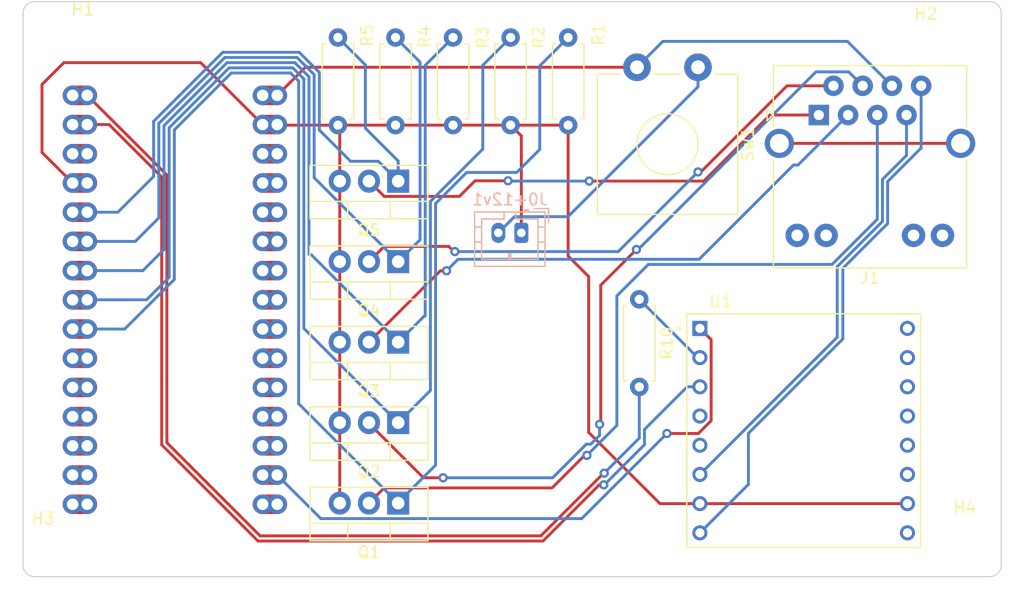
<source format=kicad_pcb>
(kicad_pcb (version 20211014) (generator pcbnew)
  (layers (0 "F.Cu" signal) (31 "B.Cu" signal) (34 "B.Paste" user) (35 "F.Paste" user) (36 "B.SilkS" user "B.Silkscreen") (37 "F.SilkS" user "F.Silkscreen") (38 "B.Mask" user) (39 "F.Mask" user) (44 "Edge.Cuts" user))
  (net 0 "")
  (net 22 "Net-(A1-Pad2)")
  (net 26 "Net-(A1-Pad16)")
  (net 27 "Net-(A1-Pad15)")
  (net 32 "unconnected-(J1-PadSH)")
  (net 33 "GND")
  (net 34 "+12V")
  (net 39 "Net-(A1-Pad23)")
  (net 40 "Net-(J1-Pad1)")
  (net 41 "Net-(J1-Pad2)")
  (net 42 "Net-(J1-Pad4)")
  (net 43 "Net-(A1-Pad22)")
  (net 44 "Net-(A1-Pad21)")
  (net 45 "Net-(A1-Pad20)")
  (net 46 "Net-(A1-Pad24)")
  (net 47 "Net-(A1-Pad17)")
  (net 48 "Net-(J1-Pad3)")
  (net 49 "Net-(J1-Pad5)")
  (net 50 "Net-(J1-Pad7)")
  (net 51 "Net-(J1-Pad8)")
  (net 52 "Net-(R10-Pad1)")
  (footprint "Resistor_THT:R_Axial_DIN0207_L6.3mm_D2.5mm_P7.62mm_Horizontal" (layer "F.Cu") (at 107.75 59.38 -90)
    (fp_text reference "R10" (at 3.81 -2.37 90) (layer "F.SilkS"))
    (fp_text value "R1kΩ")
    (fp_line (start 7.08 -1.37) (end 7.08 -1.04) (layer "F.SilkS") (width 0.12))
    (fp_line (start 0.54 -1.37) (end 7.08 -1.37) (layer "F.SilkS") (width 0.12))
    (fp_line (start 0.54 1.37) (end 7.08 1.37) (layer "F.SilkS") (width 0.12))
    (fp_line (start 7.08 1.37) (end 7.08 1.04) (layer "F.SilkS") (width 0.12))
    (fp_line (start 0.54 1.04) (end 0.54 1.37) (layer "F.SilkS") (width 0.12))
    (fp_line (start 0.54 -1.04) (end 0.54 -1.37) (layer "F.SilkS") (width 0.12))
    (pad "1" thru_hole circle (at 0 0 270) (size 1.6 1.6) (drill 0.8) (layers *.Cu *.Mask) (net 52 "Net-(R10-Pad1)"))
    (pad "2" thru_hole oval (at 7.62 0 270) (size 1.6 1.6) (drill 0.8) (layers *.Cu *.Mask) (net 26 "Net-(A1-Pad16)"))
  )
  (footprint "Resistor_THT:R_Axial_DIN0207_L6.3mm_D2.5mm_P7.62mm_Horizontal" (layer "F.Cu") (at 96.5675 36.615 -90)
    (fp_text reference "R2" (at -0.015 -2.4325 90) (layer "F.SilkS"))
    (fp_text value "R10kΩ")
    (fp_line (start 0.54 1.04) (end 0.54 1.37) (layer "F.SilkS") (width 0.12))
    (fp_line (start 0.54 -1.37) (end 7.08 -1.37) (layer "F.SilkS") (width 0.12))
    (fp_line (start 7.08 -1.37) (end 7.08 -1.04) (layer "F.SilkS") (width 0.12))
    (fp_line (start 7.08 1.37) (end 7.08 1.04) (layer "F.SilkS") (width 0.12))
    (fp_line (start 0.54 1.37) (end 7.08 1.37) (layer "F.SilkS") (width 0.12))
    (fp_line (start 0.54 -1.04) (end 0.54 -1.37) (layer "F.SilkS") (width 0.12))
    (pad "1" thru_hole circle (at 0 0 270) (size 1.6 1.6) (drill 0.8) (layers *.Cu *.Mask) (net 39 "Net-(A1-Pad23)"))
    (pad "2" thru_hole oval (at 7.62 0 270) (size 1.6 1.6) (drill 0.8) (layers *.Cu *.Mask) (net 33 "GND"))
  )
  (footprint "DFPlayer:MODULE_DFR0299" (layer "F.Cu") (at 122.0325 70.8)
    (fp_text reference "U1" (at -7.225 -11.235) (layer "F.SilkS"))
    (fp_text value "DFR0299")
    (fp_line (start -10.16 10.16) (end -10.16 -10.16) (layer "F.SilkS") (width 0.127))
    (fp_line (start -10.16 -10.16) (end 10.16 -10.16) (layer "F.SilkS") (width 0.127))
    (fp_line (start 10.16 10.16) (end -10.16 10.16) (layer "F.SilkS") (width 0.127))
    (fp_line (start 10.16 -10.16) (end 10.16 10.16) (layer "F.SilkS") (width 0.127))
    (fp_circle (center -10.8 -8.89) (end -10.7 -8.89) (layer "F.SilkS") (width 0.2) (fill none))
    (pad "1" thru_hole rect locked (at -9.017 -8.89) (size 1.308 1.308) (drill 0.8) (layers *.Cu *.Mask) (net 22 "Net-(A1-Pad2)"))
    (pad "2" thru_hole circle locked (at -9.017 -6.35) (size 1.308 1.308) (drill 0.8) (layers *.Cu *.Mask) (net 52 "Net-(R10-Pad1)"))
    (pad "3" thru_hole circle locked (at -9.017 -3.81) (size 1.308 1.308) (drill 0.8) (layers *.Cu *.Mask) (net 47 "Net-(A1-Pad17)"))
    (pad "4" thru_hole circle locked (at -9.017 -1.27) (size 1.308 1.308) (drill 0.8) (layers *.Cu *.Mask))
    (pad "5" thru_hole circle locked (at -9.017 1.27) (size 1.308 1.308) (drill 0.8) (layers *.Cu *.Mask))
    (pad "6" thru_hole circle locked (at -9.017 3.81) (size 1.308 1.308) (drill 0.8) (layers *.Cu *.Mask) (net 50 "Net-(J1-Pad7)"))
    (pad "7" thru_hole circle locked (at -9.017 6.35) (size 1.308 1.308) (drill 0.8) (layers *.Cu *.Mask) (net 33 "GND"))
    (pad "8" thru_hole circle locked (at -9.017 8.89) (size 1.308 1.308) (drill 0.8) (layers *.Cu *.Mask) (net 51 "Net-(J1-Pad8)"))
    (pad "9" thru_hole circle locked (at 9.017 8.89) (size 1.308 1.308) (drill 0.8) (layers *.Cu *.Mask))
    (pad "10" thru_hole circle locked (at 9.017 6.35) (size 1.308 1.308) (drill 0.8) (layers *.Cu *.Mask) (net 33 "GND"))
    (pad "11" thru_hole circle locked (at 9.017 3.81) (size 1.308 1.308) (drill 0.8) (layers *.Cu *.Mask))
    (pad "12" thru_hole circle locked (at 9.017 1.27) (size 1.308 1.308) (drill 0.8) (layers *.Cu *.Mask))
    (pad "13" thru_hole circle locked (at 9.017 -1.27) (size 1.308 1.308) (drill 0.8) (layers *.Cu *.Mask))
    (pad "14" thru_hole circle locked (at 9.017 -3.81) (size 1.308 1.308) (drill 0.8) (layers *.Cu *.Mask))
    (pad "15" thru_hole circle locked (at 9.017 -6.35) (size 1.308 1.308) (drill 0.8) (layers *.Cu *.Mask))
    (pad "16" thru_hole circle locked (at 9.017 -8.89) (size 1.308 1.308) (drill 0.8) (layers *.Cu *.Mask))
  )
  (footprint "Package_TO_SOT_THT:TO-220-3_Vertical" (layer "F.Cu") (at 86.8 77.105 180)
    (fp_text reference "Q1" (at 2.54 -4.27) (layer "F.SilkS"))
    (fp_text value "IRLZ44N")
    (fp_line (start 0.69 -3.27) (end 0.69 -1.76) (layer "F.SilkS") (width 0.12))
    (fp_line (start 4.391 -3.27) (end 4.391 -1.76) (layer "F.SilkS") (width 0.12))
    (fp_line (start -2.58 -3.27) (end -2.58 1.371) (layer "F.SilkS") (width 0.12))
    (fp_line (start -2.58 1.371) (end 7.66 1.371) (layer "F.SilkS") (width 0.12))
    (fp_line (start -2.58 -1.76) (end 7.66 -1.76) (layer "F.SilkS") (width 0.12))
    (fp_line (start -2.58 -3.27) (end 7.66 -3.27) (layer "F.SilkS") (width 0.12))
    (fp_line (start 7.66 -3.27) (end 7.66 1.371) (layer "F.SilkS") (width 0.12))
    (pad "1" thru_hole rect (at 0 0 180) (size 1.905 2) (drill 1.1) (layers *.Cu *.Mask) (net 46 "Net-(A1-Pad24)"))
    (pad "2" thru_hole oval (at 2.54 0 180) (size 1.905 2) (drill 1.1) (layers *.Cu *.Mask) (net 49 "Net-(J1-Pad5)"))
    (pad "3" thru_hole oval (at 5.08 0 180) (size 1.905 2) (drill 1.1) (layers *.Cu *.Mask) (net 33 "GND"))
  )
  (footprint "Resistor_THT:R_Axial_DIN0207_L6.3mm_D2.5mm_P7.62mm_Horizontal" (layer "F.Cu") (at 91.5675 36.615 -90)
    (fp_text reference "R3" (at -0.015 -2.5825 90) (layer "F.SilkS"))
    (fp_text value "R10kΩ")
    (fp_line (start 7.08 1.37) (end 7.08 1.04) (layer "F.SilkS") (width 0.12))
    (fp_line (start 0.54 1.37) (end 7.08 1.37) (layer "F.SilkS") (width 0.12))
    (fp_line (start 7.08 -1.37) (end 7.08 -1.04) (layer "F.SilkS") (width 0.12))
    (fp_line (start 0.54 -1.04) (end 0.54 -1.37) (layer "F.SilkS") (width 0.12))
    (fp_line (start 0.54 -1.37) (end 7.08 -1.37) (layer "F.SilkS") (width 0.12))
    (fp_line (start 0.54 1.04) (end 0.54 1.37) (layer "F.SilkS") (width 0.12))
    (pad "1" thru_hole circle (at 0 0 270) (size 1.6 1.6) (drill 0.8) (layers *.Cu *.Mask) (net 43 "Net-(A1-Pad22)"))
    (pad "2" thru_hole oval (at 7.62 0 270) (size 1.6 1.6) (drill 0.8) (layers *.Cu *.Mask) (net 33 "GND"))
  )
  (footprint "Resistor_THT:R_Axial_DIN0207_L6.3mm_D2.5mm_P7.62mm_Horizontal" (layer "F.Cu") (at 86.5675 36.615 -90)
    (fp_text reference "R4" (at -0.065 -2.5325 90) (layer "F.SilkS"))
    (fp_text value "R10kΩ")
    (fp_line (start 0.54 1.04) (end 0.54 1.37) (layer "F.SilkS") (width 0.12))
    (fp_line (start 7.08 1.37) (end 7.08 1.04) (layer "F.SilkS") (width 0.12))
    (fp_line (start 0.54 1.37) (end 7.08 1.37) (layer "F.SilkS") (width 0.12))
    (fp_line (start 7.08 -1.37) (end 7.08 -1.04) (layer "F.SilkS") (width 0.12))
    (fp_line (start 0.54 -1.37) (end 7.08 -1.37) (layer "F.SilkS") (width 0.12))
    (fp_line (start 0.54 -1.04) (end 0.54 -1.37) (layer "F.SilkS") (width 0.12))
    (pad "1" thru_hole circle (at 0 0 270) (size 1.6 1.6) (drill 0.8) (layers *.Cu *.Mask) (net 44 "Net-(A1-Pad21)"))
    (pad "2" thru_hole oval (at 7.62 0 270) (size 1.6 1.6) (drill 0.8) (layers *.Cu *.Mask) (net 33 "GND"))
  )
  (footprint "Custom:MountingHole_1.25mm" (layer "F.Cu") (at 57.35 36)
    (fp_text reference "H1" (at 2.05 -1.8) (layer "F.SilkS"))
    (fp_text value "MountingHole")
    (pad "" np_thru_hole circle (at 0 0) (size 1.25 1.25) (drill 1.25) (layers F&B.Cu *.Mask))
  )
  (footprint "Connector_RJ:RJ45_BEL_SS74301-00x_Vertical" (layer "F.Cu") (at 123.35 43.355)
    (fp_text reference "J1" (at 4.445 14.15) (layer "F.SilkS"))
    (fp_text value "RJ45")
    (fp_line (start -3.95 13.2) (end -3.95 3.9) (layer "F.SilkS") (width 0.12))
    (fp_line (start 12.85 13.3) (end 12.85 3.9) (layer "F.SilkS") (width 0.12))
    (fp_line (start -4.5 -0.5) (end -4.5 0.5) (layer "F.SilkS") (width 0.12))
    (fp_line (start -4 0) (end -4.5 -0.5) (layer "F.SilkS") (width 0.12))
    (fp_line (start -3.95 -4.3) (end 12.85 -4.3) (layer "F.SilkS") (width 0.12))
    (fp_line (start -3.95 13.3) (end 12.85 13.3) (layer "F.SilkS") (width 0.12))
    (fp_line (start -3.95 -4.3) (end -3.95 1) (layer "F.SilkS") (width 0.12))
    (fp_line (start 12.85 -4.3) (end 12.85 1) (layer "F.SilkS") (width 0.12))
    (fp_line (start -4.5 0.5) (end -4 0) (layer "F.SilkS") (width 0.12))
    (pad "" np_thru_hole circle (at 10.16 6.35) (size 3.2512 3.2512) (drill 3.2512) (layers *.Cu *.Mask))
    (pad "" np_thru_hole circle (at -1.27 6.35) (size 3.2512 3.2512) (drill 3.2512) (layers *.Cu *.Mask))
    (pad "1" thru_hole rect (at 0 0) (size 1.778 1.778) (drill 0.889) (layers *.Cu *.Mask) (net 40 "Net-(J1-Pad1)"))
    (pad "2" thru_hole circle (at 1.27 -2.54) (size 1.778 1.778) (drill 0.889) (layers *.Cu *.Mask) (net 41 "Net-(J1-Pad2)"))
    (pad "3" thru_hole circle (at 2.54 0) (size 1.778 1.778) (drill 0.889) (layers *.Cu *.Mask) (net 48 "Net-(J1-Pad3)"))
    (pad "4" thru_hole circle (at 3.81 -2.54) (size 1.778 1.778) (drill 0.889) (layers *.Cu *.Mask) (net 42 "Net-(J1-Pad4)"))
    (pad "5" thru_hole circle (at 5.08 0) (size 1.778 1.778) (drill 0.889) (layers *.Cu *.Mask) (net 49 "Net-(J1-Pad5)"))
    (pad "6" thru_hole circle (at 6.35 -2.54) (size 1.778 1.778) (drill 0.889) (layers *.Cu *.Mask) (net 27 "Net-(A1-Pad15)"))
    (pad "7" thru_hole circle (at 7.62 0) (size 1.778 1.778) (drill 0.889) (layers *.Cu *.Mask) (net 50 "Net-(J1-Pad7)"))
    (pad "8" thru_hole circle (at 8.89 -2.54) (size 1.778 1.778) (drill 0.889) (layers *.Cu *.Mask) (net 51 "Net-(J1-Pad8)"))
    (pad "9" thru_hole circle (at 10.7442 10.4648) (size 2.032 2.032) (drill 1.016) (layers *.Cu *.Mask))
    (pad "10" thru_hole circle (at 8.2296 10.4648) (size 2.032 2.032) (drill 1.016) (layers *.Cu *.Mask))
    (pad "11" thru_hole circle (at 0.635 10.4648) (size 2.032 2.032) (drill 1.016) (layers *.Cu *.Mask))
    (pad "12" thru_hole circle (at -1.8796 10.4648) (size 2.032 2.032) (drill 1.016) (layers *.Cu *.Mask))
    (pad "SH" thru_hole circle (at 12.319 2.4638) (size 2.54 2.54) (drill 1.651) (layers *.Cu *.Mask) (net 32 "unconnected-(J1-PadSH)"))
    (pad "SH" thru_hole circle (at -3.429 2.4638) (size 2.54 2.54) (drill 1.651) (layers *.Cu *.Mask) (net 32 "unconnected-(J1-PadSH)"))
  )
  (footprint "Resistor_THT:R_Axial_DIN0207_L6.3mm_D2.5mm_P7.62mm_Horizontal" (layer "F.Cu") (at 81.5675 36.615 -90)
    (fp_text reference "R5" (at -0.165 -2.5325 90) (layer "F.SilkS"))
    (fp_text value "R10kΩ")
    (fp_line (start 0.54 1.04) (end 0.54 1.37) (layer "F.SilkS") (width 0.12))
    (fp_line (start 0.54 -1.37) (end 7.08 -1.37) (layer "F.SilkS") (width 0.12))
    (fp_line (start 7.08 -1.37) (end 7.08 -1.04) (layer "F.SilkS") (width 0.12))
    (fp_line (start 0.54 1.37) (end 7.08 1.37) (layer "F.SilkS") (width 0.12))
    (fp_line (start 0.54 -1.04) (end 0.54 -1.37) (layer "F.SilkS") (width 0.12))
    (fp_line (start 7.08 1.37) (end 7.08 1.04) (layer "F.SilkS") (width 0.12))
    (pad "1" thru_hole circle (at 0 0 270) (size 1.6 1.6) (drill 0.8) (layers *.Cu *.Mask) (net 45 "Net-(A1-Pad20)"))
    (pad "2" thru_hole oval (at 7.62 0 270) (size 1.6 1.6) (drill 0.8) (layers *.Cu *.Mask) (net 33 "GND"))
  )
  (footprint "Package_TO_SOT_THT:TO-220-3_Vertical" (layer "F.Cu") (at 86.8 49.105 180)
    (fp_text reference "Q5" (at 2.54 -4.27) (layer "F.SilkS"))
    (fp_text value "IRLZ44N")
    (fp_line (start -2.58 -3.27) (end 7.66 -3.27) (layer "F.SilkS") (width 0.12))
    (fp_line (start 4.391 -3.27) (end 4.391 -1.76) (layer "F.SilkS") (width 0.12))
    (fp_line (start -2.58 -3.27) (end -2.58 1.371) (layer "F.SilkS") (width 0.12))
    (fp_line (start -2.58 1.371) (end 7.66 1.371) (layer "F.SilkS") (width 0.12))
    (fp_line (start 0.69 -3.27) (end 0.69 -1.76) (layer "F.SilkS") (width 0.12))
    (fp_line (start -2.58 -1.76) (end 7.66 -1.76) (layer "F.SilkS") (width 0.12))
    (fp_line (start 7.66 -3.27) (end 7.66 1.371) (layer "F.SilkS") (width 0.12))
    (pad "1" thru_hole rect (at 0 0 180) (size 1.905 2) (drill 1.1) (layers *.Cu *.Mask) (net 45 "Net-(A1-Pad20)"))
    (pad "2" thru_hole oval (at 2.54 0 180) (size 1.905 2) (drill 1.1) (layers *.Cu *.Mask) (net 40 "Net-(J1-Pad1)"))
    (pad "3" thru_hole oval (at 5.08 0 180) (size 1.905 2) (drill 1.1) (layers *.Cu *.Mask) (net 33 "GND"))
  )
  (footprint "Custom:MountingHole_1.25mm" (layer "F.Cu") (at 136.05 81)
    (fp_text reference "H4" (at 0 -3.5) (layer "F.SilkS"))
    (fp_text value "MountingHole")
    (pad "" np_thru_hole circle (at 0 0) (size 1.25 1.25) (drill 1.25) (layers F&B.Cu *.Mask))
  )
  (footprint "Package_TO_SOT_THT:TO-220-3_Vertical" (layer "F.Cu") (at 86.8 63.105 180)
    (fp_text reference "Q3" (at 2.54 -4.27) (layer "F.SilkS"))
    (fp_text value "IRLZ44N")
    (fp_line (start -2.58 -1.76) (end 7.66 -1.76) (layer "F.SilkS") (width 0.12))
    (fp_line (start -2.58 -3.27) (end -2.58 1.371) (layer "F.SilkS") (width 0.12))
    (fp_line (start 0.69 -3.27) (end 0.69 -1.76) (layer "F.SilkS") (width 0.12))
    (fp_line (start 4.391 -3.27) (end 4.391 -1.76) (layer "F.SilkS") (width 0.12))
    (fp_line (start -2.58 -3.27) (end 7.66 -3.27) (layer "F.SilkS") (width 0.12))
    (fp_line (start 7.66 -3.27) (end 7.66 1.371) (layer "F.SilkS") (width 0.12))
    (fp_line (start -2.58 1.371) (end 7.66 1.371) (layer "F.SilkS") (width 0.12))
    (pad "1" thru_hole rect (at 0 0 180) (size 1.905 2) (drill 1.1) (layers *.Cu *.Mask) (net 43 "Net-(A1-Pad22)"))
    (pad "2" thru_hole oval (at 2.54 0 180) (size 1.905 2) (drill 1.1) (layers *.Cu *.Mask) (net 48 "Net-(J1-Pad3)"))
    (pad "3" thru_hole oval (at 5.08 0 180) (size 1.905 2) (drill 1.1) (layers *.Cu *.Mask) (net 33 "GND"))
  )
  (footprint "Resistor_THT:R_Axial_DIN0207_L6.3mm_D2.5mm_P7.62mm_Horizontal" (layer "F.Cu") (at 101.5675 36.615 -90)
    (fp_text reference "R1" (at -0.265 -2.6325 90) (layer "F.SilkS"))
    (fp_text value "R10kΩ")
    (fp_line (start 0.54 -1.37) (end 7.08 -1.37) (layer "F.SilkS") (width 0.12))
    (fp_line (start 7.08 -1.37) (end 7.08 -1.04) (layer "F.SilkS") (width 0.12))
    (fp_line (start 0.54 -1.04) (end 0.54 -1.37) (layer "F.SilkS") (width 0.12))
    (fp_line (start 7.08 1.37) (end 7.08 1.04) (layer "F.SilkS") (width 0.12))
    (fp_line (start 0.54 1.37) (end 7.08 1.37) (layer "F.SilkS") (width 0.12))
    (fp_line (start 0.54 1.04) (end 0.54 1.37) (layer "F.SilkS") (width 0.12))
    (pad "1" thru_hole circle (at 0 0 270) (size 1.6 1.6) (drill 0.8) (layers *.Cu *.Mask) (net 46 "Net-(A1-Pad24)"))
    (pad "2" thru_hole oval (at 7.62 0 270) (size 1.6 1.6) (drill 0.8) (layers *.Cu *.Mask) (net 33 "GND"))
  )
  (footprint "Button_Switch_THT:SW_CW_GPTS203211B" (layer "F.Cu") (at 112.85 39.2 -90)
    (fp_text reference "SW1" (at 6.7 -4.35 90) (layer "F.SilkS"))
    (fp_text value "SW_SPST")
    (fp_line (start 12.8 8.75) (end 0.6 8.75) (layer "F.SilkS") (width 0.12))
    (fp_line (start 12.8 -3.45) (end 12.8 8.75) (layer "F.SilkS") (width 0.12))
    (fp_line (start 0.6 8.75) (end 0.6 6.76) (layer "F.SilkS") (width 0.12))
    (fp_line (start 0.6 1.46) (end 0.6 3.84) (layer "F.SilkS") (width 0.12))
    (fp_line (start 0.6 -1.46) (end 0.6 -3.45) (layer "F.SilkS") (width 0.12))
    (fp_line (start 0.6 -3.45) (end 12.8 -3.45) (layer "F.SilkS") (width 0.12))
    (fp_circle (center 6.7 2.65) (end 9.35 2.65) (layer "F.SilkS") (width 0.12) (fill none))
    (pad "1" thru_hole circle (at 0 0 270) (size 2.4 2.4) (drill 1.2) (layers *.Cu *.Mask) (net 34 "+12V"))
    (pad "2" thru_hole circle (at 0 5.3 270) (size 2.4 2.4) (drill 1.2) (layers *.Cu *.Mask) (net 27 "Net-(A1-Pad15)"))
  )
  (footprint "Nano_33:NANO_33_Socket_Castell" (layer "F.Cu") (at 67.4 59.425 90)
    (fp_text reference "A1")
    (fp_text value "Arduino-NANO-33")
    (pad "1" thru_hole circle locked (at -17.78 8.89 180) (size 1.7 1.7) (drill 1) (layers *.Cu *.Mask))
    (pad "1" thru_hole circle locked (at -17.78 7.62 180) (size 1.7 1.7) (drill 1) (layers *.Cu *.Mask))
    (pad "1" smd oval locked (at -17.78 8.255 180) (size 3 1.7) (layers "F.Cu" "F.Mask"))
    (pad "2" thru_hole oval locked (at -15.24 7.62 180) (size 1.7 1.7) (drill 1) (layers *.Cu *.Mask) (net 22 "Net-(A1-Pad2)"))
    (pad "2" smd oval locked (at -15.24 8.255 180) (size 3 1.7) (layers "F.Cu" "F.Mask") (net 22 "Net-(A1-Pad2)"))
    (pad "2" thru_hole circle locked (at -15.24 8.89 180) (size 1.7 1.7) (drill 1) (layers *.Cu *.Mask) (net 22 "Net-(A1-Pad2)"))
    (pad "3" thru_hole oval locked (at -12.7 7.62 180) (size 1.7 1.7) (drill 1) (layers *.Cu *.Mask))
    (pad "3" smd oval locked (at -12.7 8.255 180) (size 3 1.7) (layers "F.Cu" "F.Mask"))
    (pad "3" thru_hole circle locked (at -12.7 8.89 180) (size 1.7 1.7) (drill 1) (layers *.Cu *.Mask))
    (pad "4" thru_hole oval locked (at -10.16 7.62 180) (size 1.7 1.7) (drill 1) (layers *.Cu *.Mask))
    (pad "4" thru_hole circle locked (at -10.16 8.89 180) (size 1.7 1.7) (drill 1) (layers *.Cu *.Mask))
    (pad "4" smd oval locked (at -10.16 8.255 180) (size 3 1.7) (layers "F.Cu" "F.Mask"))
    (pad "5" smd oval locked (at -7.62 8.255 180) (size 3 1.7) (layers "F.Cu" "F.Mask"))
    (pad "5" thru_hole oval locked (at -7.62 7.62 180) (size 1.7 1.7) (drill 1) (layers *.Cu *.Mask))
    (pad "5" thru_hole circle locked (at -7.62 8.89 180) (size 1.7 1.7) (drill 1) (layers *.Cu *.Mask))
    (pad "6" thru_hole oval locked (at -5.08 7.62 180) (size 1.7 1.7) (drill 1) (layers *.Cu *.Mask))
    (pad "6" thru_hole circle locked (at -5.08 8.89 180) (size 1.7 1.7) (drill 1) (layers *.Cu *.Mask))
    (pad "6" smd oval locked (at -5.08 8.255 180) (size 3 1.7) (layers "F.Cu" "F.Mask"))
    (pad "7" thru_hole oval locked (at -2.54 7.62 180) (size 1.7 1.7) (drill 1) (layers *.Cu *.Mask))
    (pad "7" smd oval locked (at -2.54 8.255 180) (size 3 1.7) (layers "F.Cu" "F.Mask"))
    (pad "7" thru_hole circle locked (at -2.54 8.89 180) (size 1.7 1.7) (drill 1) (layers *.Cu *.Mask))
    (pad "8" thru_hole oval locked (at 0 7.62 180) (size 1.7 1.7) (drill 1) (layers *.Cu *.Mask))
    (pad "8" thru_hole circle locked (at 0 8.89 180) (size 1.7 1.7) (drill 1) (layers *.Cu *.Mask))
    (pad "8" smd oval locked (at 0 8.255 180) (size 3 1.7) (layers "F.Cu" "F.Mask"))
    (pad "9" smd oval locked (at 2.54 8.255 180) (size 3 1.7) (layers "F.Cu" "F.Mask"))
    (pad "9" thru_hole circle locked (at 2.54 8.89 180) (size 1.7 1.7) (drill 1) (layers *.Cu *.Mask))
    (pad "9" thru_hole oval locked (at 2.54 7.62 180) (size 1.7 1.7) (drill 1) (layers *.Cu *.Mask))
    (pad "10" thru_hole oval locked (at 5.08 7.62 180) (size 1.7 1.7) (drill 1) (layers *.Cu *.Mask))
    (pad "10" smd oval locked (at 5.08 8.255 180) (size 3 1.7) (layers "F.Cu" "F.Mask"))
    (pad "10" thru_hole circle locked (at 5.08 8.89 180) (size 1.7 1.7) (drill 1) (layers *.Cu *.Mask))
    (pad "11" thru_hole oval locked (at 7.62 7.62 180) (size 1.7 1.7) (drill 1) (layers *.Cu *.Mask))
    (pad "11" smd oval locked (at 7.62 8.255 180) (size 3 1.7) (layers "F.Cu" "F.Mask"))
    (pad "11" thru_hole circle locked (at 7.62 8.89 180) (size 1.7 1.7) (drill 1) (layers *.Cu *.Mask))
    (pad "12" thru_hole circle locked (at 10.16 8.89 180) (size 1.7 1.7) (drill 1) (layers *.Cu *.Mask))
    (pad "12" smd oval locked (at 10.16 8.255 180) (size 3 1.7) (layers "F.Cu" "F.Mask"))
    (pad "12" thru_hole oval locked (at 10.16 7.62 180) (size 1.7 1.7) (drill 1) (layers *.Cu *.Mask))
    (pad "13" thru_hole oval locked (at 12.7 7.62 180) (size 1.7 1.7) (drill 1) (layers *.Cu *.Mask))
    (pad "13" smd oval locked (at 12.7 8.255 180) (size 3 1.7) (layers "F.Cu" "F.Mask"))
    (pad "13" thru_hole circle locked (at 12.7 8.89 180) (size 1.7 1.7) (drill 1) (layers *.Cu *.Mask))
    (pad "14" smd oval locked (at 15.24 8.255 180) (size 3 1.7) (layers "F.Cu" "F.Mask") (net 33 "GND"))
    (pad "14" thru_hole oval locked (at 15.24 7.62 180) (size 1.7 1.7) (drill 1) (layers *.Cu *.Mask) (net 33 "GND"))
    (pad "14" thru_hole circle locked (at 15.24 8.89 180) (size 1.7 1.7) (drill 1) (layers *.Cu *.Mask) (net 33 "GND"))
    (pad "15" thru_hole circle locked (at 17.78 8.89 180) (size 1.7 1.7) (drill 1) (layers *.Cu *.Mask) (net 27 "Net-(A1-Pad15)"))
    (pad "15" thru_hole oval locked (at 17.78 7.62 180) (size 1.7 1.7) (drill 1) (layers *.Cu *.Mask) (net 27 "Net-(A1-Pad15)"))
    (pad "15" smd oval locked (at 17.78 8.255 180) (size 3 1.7) (layers "F.Cu" "F.Mask") (net 27 "Net-(A1-Pad15)"))
    (pad "16" smd oval locked (at 17.78 -8.255) (size 3 1.7) (layers "F.Cu" "F.Mask") (net 26 "Net-(A1-Pad16)"))
    (pad "16" thru_hole circle locked (at 17.78 -8.89) (size 1.7 1.7) (drill 1) (layers *.Cu *.Mask) (net 26 "Net-(A1-Pad16)"))
    (pad "16" thru_hole circle locked (at 17.78 -7.62) (size 1.7 1.7) (drill 1) (layers *.Cu *.Mask) (net 26 "Net-(A1-Pad16)"))
    (pad "17" thru_hole circle locked (at 15.24 -8.89) (size 1.7 1.7) (drill 1) (layers *.Cu *.Mask) (net 47 "Net-(A1-Pad17)"))
    (pad "17" smd oval locked (at 15.24 -8.255) (size 3 1.7) (layers "F.Cu" "F.Mask") (net 47 "Net-(A1-Pad17)"))
    (pad "17" thru_hole oval locked (at 15.24 -7.62) (size 1.7 1.7) (drill 1) (layers *.Cu *.Mask) (net 47 "Net-(A1-Pad17)"))
    (pad "18" smd oval locked (at 12.7 -8.255) (size 3 1.7) (layers "F.Cu" "F.Mask"))
    (pad "18" thru_hole circle locked (at 12.7 -8.89) (size 1.7 1.7) (drill 1) (layers *.Cu *.Mask))
    (pad "18" thru_hole oval locked (at 12.7 -7.62) (size 1.7 1.7) (drill 1) (layers *.Cu *.Mask))
    (pad "19" thru_hole circle locked (at 10.16 -8.89) (size 1.7 1.7) (drill 1) (layers *.Cu *.Mask) (net 33 "GND"))
    (pad "19" smd oval locked (at 10.16 -8.255) (size 3 1.7) (layers "F.Cu" "F.Mask") (net 33 "GND"))
    (pad "19" thru_hole oval locked (at 10.16 -7.62) (size 1.7 1.7) (drill 1) (layers *.Cu *.Mask) (net 33 "GND"))
    (pad "20" thru_hole circle locked (at 7.62 -8.89) (size 1.7 1.7) (drill 1) (layers *.Cu *.Mask) (net 45 "Net-(A1-Pad20)"))
    (pad "20" thru_hole oval locked (at 7.62 -7.62) (size 1.7 1.7) (drill 1) (layers *.Cu *.Mask) (net 45 "Net-(A1-Pad20)"))
    (pad "20" smd oval locked (at 7.62 -8.255) (size 3 1.7) (layers "F.Cu" "F.Mask") (net 45 "Net-(A1-Pad20)"))
    (pad "21" thru_hole circle locked (at 5.08 -8.89) (size 1.7 1.7) (drill 1) (layers *.Cu *.Mask) (net 44 "Net-(A1-Pad21)"))
    (pad "21" thru_hole oval locked (at 5.08 -7.62) (size 1.7 1.7) (drill 1) (layers *.Cu *.Mask) (net 44 "Net-(A1-Pad21)"))
    (pad "21" smd oval locked (at 5.08 -8.255) (size 3 1.7) (layers "F.Cu" "F.Mask") (net 44 "Net-(A1-Pad21)"))
    (pad "22" smd oval locked (at 2.54 -8.255) (size 3 1.7) (layers "F.Cu" "F.Mask") (net 43 "Net-(A1-Pad22)"))
    (pad "22" thru_hole oval locked (at 2.54 -7.62) (size 1.7 1.7) (drill 1) (layers *.Cu *.Mask) (net 43 "Net-(A1-Pad22)"))
    (pad "22" thru_hole circle locked (at 2.54 -8.89) (size 1.7 1.7) (drill 1) (layers *.Cu *.Mask) (net 43 "Net-(A1-Pad22)"))
    (pad "23" smd oval locked (at 0 -8.255) (size 3 1.7) (layers "F.Cu" "F.Mask") (net 39 "Net-(A1-Pad23)"))
    (pad "23" thru_hole circle locked (at 0 -8.89) (size 1.7 1.7) (drill 1) (layers *.Cu *.Mask) (net 39 "Net-(A1-Pad23)"))
    (pad "23" thru_hole oval locked (at 0 -7.62) (size 1.7 1.7) (drill 1) (layers *.Cu *.Mask) (net 39 "Net-(A1-Pad23)"))
    (pad "24" smd oval locked (at -2.54 -8.255) (size 3 1.7) (layers "F.Cu" "F.Mask") (net 46 "Net-(A1-Pad24)"))
    (pad "24" thru_hole oval locked (at -2.54 -7.62) (size 1.7 1.7) (drill 1) (layers *.Cu *.Mask) (net 46 "Net-(A1-Pad24)"))
    (pad "24" thru_hole circle locked (at -2.54 -8.89) (size 1.7 1.7) (drill 1) (layers *.Cu *.Mask) (net 46 "Net-(A1-Pad24)"))
    (pad "25" thru_hole circle locked (at -5.08 -8.89) (size 1.7 1.7) (drill 1) (layers *.Cu *.Mask))
    (pad "25" thru_hole oval locked (at -5.08 -7.62) (size 1.7 1.7) (drill 1) (layers *.Cu *.Mask))
    (pad "25" smd oval locked (at -5.08 -8.255) (size 3 1.7) (layers "F.Cu" "F.Mask"))
    (pad "26" thru_hole circle locked (at -7.62 -8.89) (size 1.7 1.7) (drill 1) (layers *.Cu *.Mask))
    (pad "26" smd oval locked (at -7.62 -8.255) (size 3 1.7) (layers "F.Cu" "F.Mask"))
    (pad "26" thru_hole oval locked (at -7.62 -7.62) (size 1.7 1.7) (drill 1) (layers *.Cu *.Mask))
    (pad "27" thru_hole oval locked (at -10.16 -7.62) (size 1.7 1.7) (drill 1) (layers *.Cu *.Mask))
    (pad "27" thru_hole circle locked (at -10.16 -8.89) (size 1.7 1.7) (drill 1) (layers *.Cu *.Mask))
    (pad "27" smd oval locked (at -10.16 -8.255) (size 3 1.7) (layers "F.Cu" "F.Mask"))
    (pad "28" smd oval locked (at -12.7 -8.255) (size 3 1.7) (layers "F.Cu" "F.Mask"))
    (pad "28" thru_hole circle locked (at -12.7 -8.89) (size 1.7 1.7) (drill 1) (layers *.Cu *.Mask))
    (pad "28" thru_hole oval locked (at -12.7 -7.62) (size 1.7 1.7) (drill 1) (layers *.Cu *.Mask))
    (pad "29" thru_hole circle locked (at -15.24 -8.89) (size 1.7 1.7) (drill 1) (layers *.Cu *.Mask))
    (pad "29" thru_hole oval locked (at -15.24 -7.62) (size 1.7 1.7) (drill 1) (layers *.Cu *.Mask))
    (pad "29" smd oval locked (at -15.24 -8.255) (size 3 1.7) (layers "F.Cu" "F.Mask"))
    (pad "30" thru_hole oval locked (at -17.78 -7.62) (size 1.7 1.7) (drill 1) (layers *.Cu *.Mask))
    (pad "30" thru_hole circle locked (at -17.78 -8.89) (size 1.7 1.7) (drill 1) (layers *.Cu *.Mask))
    (pad "30" smd oval locked (at -17.78 -8.255) (size 3 1.7) (layers "F.Cu" "F.Mask"))
  )
  (footprint "Package_TO_SOT_THT:TO-220-3_Vertical" (layer "F.Cu") (at 86.8 56.105 180)
    (fp_text reference "Q4" (at 2.54 -4.27) (layer "F.SilkS"))
    (fp_text value "IRLZ44N")
    (fp_line (start -2.58 -3.27) (end 7.66 -3.27) (layer "F.SilkS") (width 0.12))
    (fp_line (start 7.66 -3.27) (end 7.66 1.371) (layer "F.SilkS") (width 0.12))
    (fp_line (start -2.58 1.371) (end 7.66 1.371) (layer "F.SilkS") (width 0.12))
    (fp_line (start 4.391 -3.27) (end 4.391 -1.76) (layer "F.SilkS") (width 0.12))
    (fp_line (start -2.58 -3.27) (end -2.58 1.371) (layer "F.SilkS") (width 0.12))
    (fp_line (start -2.58 -1.76) (end 7.66 -1.76) (layer "F.SilkS") (width 0.12))
    (fp_line (start 0.69 -3.27) (end 0.69 -1.76) (layer "F.SilkS") (width 0.12))
    (pad "1" thru_hole rect (at 0 0 180) (size 1.905 2) (drill 1.1) (layers *.Cu *.Mask) (net 44 "Net-(A1-Pad21)"))
    (pad "2" thru_hole oval (at 2.54 0 180) (size 1.905 2) (drill 1.1) (layers *.Cu *.Mask) (net 41 "Net-(J1-Pad2)"))
    (pad "3" thru_hole oval (at 5.08 0 180) (size 1.905 2) (drill 1.1) (layers *.Cu *.Mask) (net 33 "GND"))
  )
  (footprint "Custom:MountingHole_1.25mm" (layer "F.Cu") (at 136.05 36)
    (fp_text reference "H2" (at -3.4 -1.45) (layer "F.SilkS"))
    (fp_text value "MountingHole")
    (pad "" np_thru_hole circle (at 0 0) (size 1.25 1.25) (drill 1.25) (layers F&B.Cu *.Mask))
  )
  (footprint "Package_TO_SOT_THT:TO-220-3_Vertical" (layer "F.Cu") (at 86.8 70.105 180)
    (fp_text reference "Q2" (at 2.54 -4.27) (layer "F.SilkS"))
    (fp_text value "IRLZ44N")
    (fp_line (start 4.391 -3.27) (end 4.391 -1.76) (layer "F.SilkS") (width 0.12))
    (fp_line (start -2.58 -1.76) (end 7.66 -1.76) (layer "F.SilkS") (width 0.12))
    (fp_line (start 7.66 -3.27) (end 7.66 1.371) (layer "F.SilkS") (width 0.12))
    (fp_line (start 0.69 -3.27) (end 0.69 -1.76) (layer "F.SilkS") (width 0.12))
    (fp_line (start -2.58 1.371) (end 7.66 1.371) (layer "F.SilkS") (width 0.12))
    (fp_line (start -2.58 -3.27) (end -2.58 1.371) (layer "F.SilkS") (width 0.12))
    (fp_line (start -2.58 -3.27) (end 7.66 -3.27) (layer "F.SilkS") (width 0.12))
    (pad "1" thru_hole rect (at 0 0 180) (size 1.905 2) (drill 1.1) (layers *.Cu *.Mask) (net 39 "Net-(A1-Pad23)"))
    (pad "2" thru_hole oval (at 2.54 0 180) (size 1.905 2) (drill 1.1) (layers *.Cu *.Mask) (net 42 "Net-(J1-Pad4)"))
    (pad "3" thru_hole oval (at 5.08 0 180) (size 1.905 2) (drill 1.1) (layers *.Cu *.Mask) (net 33 "GND"))
  )
  (footprint "Custom:MountingHole_1.25mm" (layer "F.Cu") (at 57.35 81)
    (fp_text reference "H3" (at -1.4 -2.55) (layer "F.SilkS"))
    (fp_text value "MountingHole")
    (pad "" np_thru_hole circle (at 0 0) (size 1.25 1.25) (drill 1.25) (layers F&B.Cu *.Mask))
  )
  (footprint "Connector_JST:JST_PH_B2B-PH-K_1x02_P2.00mm_Vertical" (layer "B.Cu") (at 97.5 53.6 180)
    (fp_text reference "J0+12v1" (at 1 2.9) (layer "B.SilkS") (effects (justify mirror)))
    (fp_text value "Conn_01x02")
    (fp_line (start 0.9 -1.8) (end 1.1 -1.8) (layer "B.SilkS") (width 0.12))
    (fp_line (start -2.06 0.5) (end -1.45 0.5) (layer "B.SilkS") (width 0.12))
    (fp_line (start 3.45 1.2) (end 1.5 1.2) (layer "B.SilkS") (width 0.12))
    (fp_line (start -1.45 1.2) (end -1.45 -2.3) (layer "B.SilkS") (width 0.12))
    (fp_line (start 4.06 0.5) (end 3.45 0.5) (layer "B.SilkS") (width 0.12))
    (fp_line (start -0.3 1.81) (end -0.3 2.01) (layer "B.SilkS") (width 0.12))
    (fp_line (start -0.3 1.91) (end -0.6 1.91) (layer "B.SilkS") (width 0.12))
    (fp_line (start -0.3 2.01) (end -0.6 2.01) (layer "B.SilkS") (width 0.12))
    (fp_line (start -2.06 1.81) (end -2.06 -2.91) (layer "B.SilkS") (width 0.12))
    (fp_line (start 1.1 -1.8) (end 1.1 -2.3) (layer "B.SilkS") (width 0.12))
    (fp_line (start -1.45 -2.3) (end 3.45 -2.3) (layer "B.SilkS") (width 0.12))
    (fp_line (start 0.5 1.81) (end 0.5 1.2) (layer "B.SilkS") (width 0.12))
    (fp_line (start -0.6 2.01) (end -0.6 1.81) (layer "B.SilkS") (width 0.12))
    (fp_line (start 4.06 1.81) (end -2.06 1.81) (layer "B.SilkS") (width 0.12))
    (fp_line (start 0.9 -2.3) (end 0.9 -1.8) (layer "B.SilkS") (width 0.12))
    (fp_line (start 4.06 -0.8) (end 3.45 -0.8) (layer "B.SilkS") (width 0.12))
    (fp_line (start 4.06 -2.91) (end 4.06 1.81) (layer "B.SilkS") (width 0.12))
    (fp_line (start 0.5 1.2) (end -1.45 1.2) (layer "B.SilkS") (width 0.12))
    (fp_line (start 1 -2.3) (end 1 -1.8) (layer "B.SilkS") (width 0.12))
    (fp_line (start -2.06 -2.91) (end 4.06 -2.91) (layer "B.SilkS") (width 0.12))
    (fp_line (start 1.5 1.2) (end 1.5 1.81) (layer "B.SilkS") (width 0.12))
    (fp_line (start -2.06 -0.8) (end -1.45 -0.8) (layer "B.SilkS") (width 0.12))
    (fp_line (start -1.11 2.11) (end -2.36 2.11) (layer "B.SilkS") (width 0.12))
    (fp_line (start -2.36 2.11) (end -2.36 0.86) (layer "B.SilkS") (width 0.12))
    (fp_line (start 3.45 -2.3) (end 3.45 1.2) (layer "B.SilkS") (width 0.12))
    (pad "1" thru_hole roundrect (at 0 0 180) (size 1.2 1.75) (drill 0.75) (layers *.Cu *.Mask) (roundrect_rratio 0.2083333333) (net 33 "GND"))
    (pad "2" thru_hole oval (at 2 0 180) (size 1.2 1.75) (drill 0.75) (layers *.Cu *.Mask) (net 34 "+12V"))
  )
  (gr_arc (start 55.2 83.5) (mid 54.492893 83.207107) (end 54.2 82.5) (layer "Edge.Cuts") (width 0.1))
  (gr_line (start 54.2 34.5) (end 54.2 82.5) (layer "Edge.Cuts") (width 0.1))
  (gr_line (start 138.2 83.5) (end 55.2 83.5) (layer "Edge.Cuts") (width 0.1))
  (gr_line (start 138.2 33.5) (end 55.2 33.5) (layer "Edge.Cuts") (width 0.1))
  (gr_arc (start 54.2 34.5) (mid 54.492893 33.792893) (end 55.2 33.5) (layer "Edge.Cuts") (width 0.1))
  (gr_arc (start 138.2 33.5) (mid 138.907107 33.792893) (end 139.2 34.5) (layer "Edge.Cuts") (width 0.1))
  (gr_line (start 139.2 82.5) (end 139.2 34.5) (layer "Edge.Cuts") (width 0.1))
  (gr_arc (start 139.2 82.5) (mid 138.907107 83.207107) (end 138.2 83.5) (layer "Edge.Cuts") (width 0.1))
  (gr_line (start 54.2 34.5) (end 54.2 34.5) (layer "Edge.Cuts") (width 0.1))
  (segment (start 113.9945 69.935516) (end 113.9945 62.889) (width 0.25) (layer "F.Cu") (net 22))
  (segment (start 110.15 71.05) (end 112.880016 71.05) (width 0.25) (layer "F.Cu") (net 22))
  (segment (start 112.880016 71.05) (end 113.9945 69.935516) (width 0.25) (layer "F.Cu") (net 22))
  (segment (start 113.9945 62.889) (end 113.0155 61.91) (width 0.25) (layer "F.Cu") (net 22))
  (via (at 110.15 71.05) (size 0.8) (drill 0.4) (layers "F.Cu" "B.Cu") (net 22))
  (segment (start 88.35 78.45) (end 102.75 78.45) (width 0.25) (layer "B.Cu") (net 22))
  (segment (start 76.29 74.665) (end 80.075 78.45) (width 0.25) (layer "B.Cu") (net 22))
  (segment (start 102.75 78.45) (end 110.15 71.05) (width 0.25) (layer "B.Cu") (net 22))
  (segment (start 80.075 78.45) (end 88.35 78.45) (width 0.25) (layer "B.Cu") (net 22))
  (segment (start 104.65 74.5) (end 104.7 74.5) (width 0.25) (layer "F.Cu") (net 26))
  (segment (start 75.55 79.95) (end 99.2 79.95) (width 0.25) (layer "F.Cu") (net 26))
  (segment (start 99.2 79.95) (end 103.95 75.2) (width 0.25) (layer "F.Cu") (net 26))
  (segment (start 66.7 51.95) (end 66.7 71.85) (width 0.25) (layer "F.Cu") (net 26))
  (segment (start 66.7 71.85) (end 74.8 79.95) (width 0.25) (layer "F.Cu") (net 26))
  (segment (start 103.95 75.2) (end 104.65 74.5) (width 0.25) (layer "F.Cu") (net 26))
  (segment (start 59.78 41.645) (end 66.7 48.565) (width 0.25) (layer "F.Cu") (net 26))
  (segment (start 66.7 48.565) (end 66.7 51.95) (width 0.25) (layer "F.Cu") (net 26))
  (segment (start 74.8 79.95) (end 75.55 79.95) (width 0.25) (layer "F.Cu") (net 26))
  (via (at 104.7 74.5) (size 0.8) (drill 0.4) (layers "F.Cu" "B.Cu") (net 26))
  (segment (start 107.75 71.45) (end 107.75 67) (width 0.25) (layer "B.Cu") (net 26))
  (segment (start 104.7 74.5) (end 107.75 71.45) (width 0.25) (layer "B.Cu") (net 26))
  (segment (start 75.02 41.645) (end 75.655 41.645) (width 0.25) (layer "F.Cu") (net 27))
  (segment (start 75.02 41.645) (end 76.29 41.645) (width 0.25) (layer "F.Cu") (net 27))
  (segment (start 107.55 39.2) (end 78.735 39.2) (width 0.25) (layer "F.Cu") (net 27))
  (segment (start 78.735 39.2) (end 76.29 41.645) (width 0.25) (layer "F.Cu") (net 27))
  (segment (start 125.835 36.95) (end 109.8 36.95) (width 0.25) (layer "B.Cu") (net 27))
  (segment (start 129.7 40.815) (end 125.835 36.95) (width 0.25) (layer "B.Cu") (net 27))
  (segment (start 109.8 36.95) (end 107.55 39.2) (width 0.25) (layer "B.Cu") (net 27))
  (segment (start 119.921 45.8188) (end 135.669 45.8188) (width 0.25) (layer "F.Cu") (net 32))
  (segment (start 91.5675 44.235) (end 96.5675 44.235) (width 0.25) (layer "F.Cu") (net 33))
  (segment (start 86.5675 44.235) (end 91.5675 44.235) (width 0.25) (layer "F.Cu") (net 33))
  (segment (start 81.5675 44.235) (end 86.5675 44.235) (width 0.25) (layer "F.Cu") (net 33))
  (segment (start 101.5675 44.235) (end 101.5675 55.6175) (width 0.25) (layer "F.Cu") (net 33))
  (segment (start 97.5 53.6) (end 97.5 45.1675) (width 0.25) (layer "F.Cu") (net 33))
  (segment (start 81.72 77.105) (end 81.72 70.105) (width 0.25) (layer "F.Cu") (net 33))
  (segment (start 81.5675 44.235) (end 76.34 44.235) (width 0.25) (layer "F.Cu") (net 33))
  (segment (start 55.85 46.605) (end 55.85 40.7) (width 0.25) (layer "F.Cu") (net 33))
  (segment (start 103.35 57.4) (end 103.35 70.95) (width 0.25) (layer "F.Cu") (net 33))
  (segment (start 81.72 70.105) (end 81.72 63.105) (width 0.25) (layer "F.Cu") (net 33))
  (segment (start 69.635 38.8) (end 75.02 44.185) (width 0.25) (layer "F.Cu") (net 33))
  (segment (start 58.51 49.265) (end 55.85 46.605) (width 0.25) (layer "F.Cu") (net 33))
  (segment (start 81.72 63.105) (end 81.72 56.105) (width 0.25) (layer "F.Cu") (net 33))
  (segment (start 57.75 38.8) (end 69.635 38.8) (width 0.25) (layer "F.Cu") (net 33))
  (segment (start 96.5675 44.235) (end 101.5675 44.235) (width 0.25) (layer "F.Cu") (net 33))
  (segment (start 81.72 44.3875) (end 81.5675 44.235) (width 0.25) (layer "F.Cu") (net 33))
  (segment (start 97.5 45.1675) (end 96.5675 44.235) (width 0.25) (layer "F.Cu") (net 33))
  (segment (start 109.55 77.15) (end 113.0155 77.15) (width 0.25) (layer "F.Cu") (net 33))
  (segment (start 76.34 44.235) (end 76.29 44.185) (width 0.25) (layer "F.Cu") (net 33))
  (segment (start 81.72 56.105) (end 81.72 49.105) (width 0.25) (layer "F.Cu") (net 33))
  (segment (start 76.29 44.185) (end 75.02 44.185) (width 0.25) (layer "F.Cu") (net 33))
  (segment (start 55.85 40.7) (end 57.75 38.8) (width 0.25) (layer "F.Cu") (net 33))
  (segment (start 81.72 49.105) (end 81.72 44.3875) (width 0.25) (layer "F.Cu") (net 33))
  (segment (start 113.0155 77.15) (end 131.0495 77.15) (width 0.25) (layer "F.Cu") (net 33))
  (segment (start 101.5675 55.6175) (end 103.35 57.4) (width 0.25) (layer "F.Cu") (net 33))
  (segment (start 103.35 70.95) (end 109.55 77.15) (width 0.25) (layer "F.Cu") (net 33))
  (segment (start 96.90789 52.19211) (end 95.5 53.6) (width 0.25) (layer "B.Cu") (net 34))
  (segment (start 112.85 39.2) (end 112.85 40.897056) (width 0.25) (layer "B.Cu") (net 34))
  (segment (start 101.554946 52.19211) (end 96.90789 52.19211) (width 0.25) (layer "B.Cu") (net 34))
  (segment (start 112.85 40.897056) (end 101.554946 52.19211) (width 0.25) (layer "B.Cu") (net 34))
  (segment (start 78.6 61.905) (end 78.6 40.213604) (width 0.25) (layer "B.Cu") (net 39))
  (segment (start 94.15 39.0325) (end 96.5675 36.615) (width 0.25) (layer "B.Cu") (net 39))
  (segment (start 72.113604 39.25) (end 66.9 44.463604) (width 0.25) (layer "B.Cu") (net 39))
  (segment (start 64.938604 59.425) (end 59.78 59.425) (width 0.25) (layer "B.Cu") (net 39))
  (segment (start 66.9 57.463604) (end 64.938604 59.425) (width 0.25) (layer "B.Cu") (net 39))
  (segment (start 77.636396 39.25) (end 72.113604 39.25) (width 0.25) (layer "B.Cu") (net 39))
  (segment (start 66.9 44.463604) (end 66.9 57.463604) (width 0.25) (layer "B.Cu") (net 39))
  (segment (start 94.15 46.313604) (end 94.15 39.0325) (width 0.25) (layer "B.Cu") (net 39))
  (segment (start 86.8 70.105) (end 89.6 67.305) (width 0.25) (layer "B.Cu") (net 39))
  (segment (start 86.8 70.105) (end 78.6 61.905) (width 0.25) (layer "B.Cu") (net 39))
  (segment (start 89.6 67.305) (end 89.6 50.863604) (width 0.25) (layer "B.Cu") (net 39))
  (segment (start 89.6 50.863604) (end 94.15 46.313604) (width 0.25) (layer "B.Cu") (net 39))
  (segment (start 78.6 40.213604) (end 77.636396 39.25) (width 0.25) (layer "B.Cu") (net 39))
  (segment (start 92.12 50.43) (end 93.45 49.1) (width 0.25) (layer "F.Cu") (net 40))
  (segment (start 119.095 43.355) (end 113.8 48.65) (width 0.25) (layer "F.Cu") (net 40))
  (segment (start 113.8 48.65) (end 113.35 49.1) (width 0.25) (layer "F.Cu") (net 40))
  (segment (start 84.26 49.105) (end 85.585 50.43) (width 0.25) (layer "F.Cu") (net 40))
  (segment (start 123.35 43.355) (end 119.095 43.355) (width 0.25) (layer "F.Cu") (net 40))
  (segment (start 85.585 50.43) (end 92.12 50.43) (width 0.25) (layer "F.Cu") (net 40))
  (segment (start 93.45 49.1) (end 93.4755 49.0745) (width 0.25) (layer "F.Cu") (net 40))
  (segment (start 113.35 49.1) (end 103.4 49.1) (width 0.25) (layer "F.Cu") (net 40))
  (segment (start 93.4755 49.0745) (end 96.35 49.0745) (width 0.25) (layer "F.Cu") (net 40))
  (via (at 96.35 49.0745) (size 0.8) (drill 0.4) (layers "F.Cu" "B.Cu") (net 40))
  (via (at 103.4 49.1) (size 0.8) (drill 0.4) (layers "F.Cu" "B.Cu") (net 40))
  (segment (start 96.3755 49.1) (end 96.35 49.0745) (width 0.25) (layer "B.Cu") (net 40))
  (segment (start 103.4 49.1) (end 96.3755 49.1) (width 0.25) (layer "B.Cu") (net 40))
  (segment (start 120.585 40.815) (end 114.55 46.85) (width 0.25) (layer "F.Cu") (net 41))
  (segment (start 124.62 40.815) (end 120.585 40.815) (width 0.25) (layer "F.Cu") (net 41))
  (segment (start 91.644046 55.230649) (end 91.193397 54.78) (width 0.25) (layer "F.Cu") (net 41))
  (segment (start 114.55 46.85) (end 113.1 48.3) (width 0.25) (layer "F.Cu") (net 41))
  (segment (start 113.1 48.3) (end 112.85 48.3) (width 0.25) (layer "F.Cu") (net 41))
  (segment (start 85.585 54.78) (end 84.26 56.105) (width 0.25) (layer "F.Cu") (net 41))
  (segment (start 91.193397 54.78) (end 85.585 54.78) (width 0.25) (layer "F.Cu") (net 41))
  (segment (start 91.722746 55.230649) (end 91.644046 55.230649) (width 0.25) (layer "F.Cu") (net 41))
  (via (at 112.85 48.3) (size 0.8) (drill 0.4) (layers "F.Cu" "B.Cu") (net 41))
  (via (at 91.722746 55.230649) (size 0.8) (drill 0.4) (layers "F.Cu" "B.Cu") (net 41))
  (segment (start 105.919351 55.230649) (end 91.722746 55.230649) (width 0.25) (layer "B.Cu") (net 41))
  (segment (start 112.85 48.3) (end 105.919351 55.230649) (width 0.25) (layer "B.Cu") (net 41))
  (segment (start 104.4 70.15) (end 104.3 70.25) (width 0.25) (layer "F.Cu") (net 42))
  (segment (start 84.26 70.1675) (end 84.26 70.105) (width 0.25) (layer "F.Cu") (net 42))
  (segment (start 88.9925 74.9) (end 84.26 70.1675) (width 0.25) (layer "F.Cu") (net 42))
  (segment (start 104.4 60.95) (end 104.4 70.15) (width 0.25) (layer "F.Cu") (net 42))
  (segment (start 90.7 74.9) (end 88.9925 74.9) (width 0.25) (layer "F.Cu") (net 42))
  (segment (start 104.4 58.15) (end 104.4 60.95) (width 0.25) (layer "F.Cu") (net 42))
  (segment (start 107.5 55.05) (end 104.4 58.15) (width 0.25) (layer "F.Cu") (net 42))
  (via (at 107.5 55.05) (size 0.8) (drill 0.4) (layers "F.Cu" "B.Cu") (net 42))
  (via (at 104.3 70.25) (size 0.8) (drill 0.4) (layers "F.Cu" "B.Cu") (net 42))
  (via (at 90.7 74.9) (size 0.8) (drill 0.4) (layers "F.Cu" "B.Cu") (net 42))
  (segment (start 104.3 71.213604) (end 103.531802 71.981802) (width 0.25) (layer "B.Cu") (net 42))
  (segment (start 100.224695 74.9) (end 95.6 74.9) (width 0.25) (layer "B.Cu") (net 42))
  (segment (start 127.16 40.815) (end 125.946 39.601) (width 0.25) (layer "B.Cu") (net 42))
  (segment (start 125.946 39.601) (end 123.099 39.601) (width 0.25) (layer "B.Cu") (net 42))
  (segment (start 103.142893 71.981802) (end 100.224695 74.9) (width 0.25) (layer "B.Cu") (net 42))
  (segment (start 104.3 70.25) (end 104.3 71.213604) (width 0.25) (layer "B.Cu") (net 42))
  (segment (start 95.6 74.9) (end 90.7 74.9) (width 0.25) (layer "B.Cu") (net 42))
  (segment (start 123.099 39.601) (end 108.45 54.25) (width 0.25) (layer "B.Cu") (net 42))
  (segment (start 107.65 55.05) (end 107.5 55.05) (width 0.25) (layer "B.Cu") (net 42))
  (segment (start 108.45 54.25) (end 107.65 55.05) (width 0.25) (layer "B.Cu") (net 42))
  (segment (start 103.531802 71.981802) (end 103.142893 71.981802) (width 0.25) (layer "B.Cu") (net 42))
  (segment (start 89.1 60.85) (end 89.15 60.8) (width 0.25) (layer "B.Cu") (net 43))
  (segment (start 89.15 60.8) (end 89.15 39.0325) (width 0.25) (layer "B.Cu") (net 43))
  (segment (start 86.8 63.105) (end 86.8 63.0575) (width 0.25) (layer "B.Cu") (net 43))
  (segment (start 77.822792 38.8) (end 71.927208 38.8) (width 0.25) (layer "B.Cu") (net 43))
  (segment (start 89.15 39.0325) (end 91.5675 36.615) (width 0.25) (layer "B.Cu") (net 43))
  (segment (start 86.8 63.105) (end 89.055 60.85) (width 0.25) (layer "B.Cu") (net 43))
  (segment (start 79.2425 55.5) (end 79.1 55.5) (width 0.25) (layer "B.Cu") (net 43))
  (segment (start 64.615 56.885) (end 59.78 56.885) (width 0.25) (layer "B.Cu") (net 43))
  (segment (start 71.927208 38.8) (end 66.45 44.277208) (width 0.25) (layer "B.Cu") (net 43))
  (segment (start 66.45 55.05) (end 64.615 56.885) (width 0.25) (layer "B.Cu") (net 43))
  (segment (start 86.8 63.0575) (end 79.2425 55.5) (width 0.25) (layer "B.Cu") (net 43))
  (segment (start 79.05 55.45) (end 79.05 40.027208) (width 0.25) (layer "B.Cu") (net 43))
  (segment (start 89.055 60.85) (end 89.1 60.85) (width 0.25) (layer "B.Cu") (net 43))
  (segment (start 79.1 55.5) (end 79.05 55.45) (width 0.25) (layer "B.Cu") (net 43))
  (segment (start 66.45 44.277208) (end 66.45 55.05) (width 0.25) (layer "B.Cu") (net 43))
  (segment (start 79.05 40.027208) (end 77.822792 38.8) (width 0.25) (layer "B.Cu") (net 43))
  (segment (start 88.7 54.205) (end 88.7 38.7475) (width 0.25) (layer "B.Cu") (net 44))
  (segment (start 79.5 39.840812) (end 78.009188 38.35) (width 0.25) (layer "B.Cu") (net 44))
  (segment (start 63.955 54.345) (end 59.78 54.345) (width 0.25) (layer "B.Cu") (net 44))
  (segment (start 66 52.3) (end 63.955 54.345) (width 0.25) (layer "B.Cu") (net 44))
  (segment (start 86.8 56.105) (end 79.5 48.805) (width 0.25) (layer "B.Cu") (net 44))
  (segment (start 78.009188 38.35) (end 71.740812 38.35) (width 0.25) (layer "B.Cu") (net 44))
  (segment (start 79.5 48.805) (end 79.5 39.840812) (width 0.25) (layer "B.Cu") (net 44))
  (segment (start 71.740812 38.35) (end 66 44.090812) (width 0.25) (layer "B.Cu") (net 44))
  (segment (start 88.7 38.7475) (end 86.5675 36.615) (width 0.25) (layer "B.Cu") (net 44))
  (segment (start 86.8 56.105) (end 88.7 54.205) (width 0.25) (layer "B.Cu") (net 44))
  (segment (start 66 44.090812) (end 66 52.3) (width 0.25) (layer "B.Cu") (net 44))
  (segment (start 86.8 49.105) (end 85.072135 47.377135) (width 0.25) (layer "B.Cu") (net 45))
  (segment (start 86.8 47.35) (end 83.95 44.5) (width 0.25) (layer "B.Cu") (net 45))
  (segment (start 83.95 44.5) (end 83.95 38.9975) (width 0.25) (layer "B.Cu") (net 45))
  (segment (start 62.445 51.805) (end 59.78 51.805) (width 0.25) (layer "B.Cu") (net 45))
  (segment (start 85.072135 47.377135) (end 82.665001 47.377135) (width 0.25) (layer "B.Cu") (net 45))
  (segment (start 65.55 48.7) (end 62.445 51.805) (width 0.25) (layer "B.Cu") (net 45))
  (segment (start 79.95 44.662134) (end 79.95 39.654416) (width 0.25) (layer "B.Cu") (net 45))
  (segment (start 65.55 43.904416) (end 65.55 48.7) (width 0.25) (layer "B.Cu") (net 45))
  (segment (start 79.95 39.654416) (end 78.195584 37.9) (width 0.25) (layer "B.Cu") (net 45))
  (segment (start 71.554416 37.9) (end 65.55 43.904416) (width 0.25) (layer "B.Cu") (net 45))
  (segment (start 82.665001 47.377135) (end 79.95 44.662134) (width 0.25) (layer "B.Cu") (net 45))
  (segment (start 83.95 38.9975) (end 81.5675 36.615) (width 0.25) (layer "B.Cu") (net 45))
  (segment (start 78.195584 37.9) (end 71.554416 37.9) (width 0.25) (layer "B.Cu") (net 45))
  (segment (start 86.8 49.105) (end 86.8 47.35) (width 0.25) (layer "B.Cu") (net 45))
  (segment (start 67.35 44.65) (end 67.35 57.65) (width 0.25) (layer "B.Cu") (net 46))
  (segment (start 77.45 39.7) (end 72.3 39.7) (width 0.25) (layer "B.Cu") (net 46))
  (segment (start 63.035 61.965) (end 59.78 61.965) (width 0.25) (layer "B.Cu") (net 46))
  (segment (start 97.1 48.35) (end 99.1 46.35) (width 0.25) (layer "B.Cu") (net 46))
  (segment (start 90.05 73.8) (end 90.05 51.05) (width 0.25) (layer "B.Cu") (net 46))
  (segment (start 78.15 40.4) (end 77.45 39.7) (width 0.25) (layer "B.Cu") (net 46))
  (segment (start 72.3 39.7) (end 67.35 44.65) (width 0.25) (layer "B.Cu") (net 46))
  (segment (start 90.05 51.05) (end 92.75 48.35) (width 0.25) (layer "B.Cu") (net 46))
  (segment (start 92.75 48.35) (end 97.1 48.35) (width 0.25) (layer "B.Cu") (net 46))
  (segment (start 67.35 57.65) (end 63.035 61.965) (width 0.25) (layer "B.Cu") (net 46))
  (segment (start 86.8 77.105) (end 86.8 77.05) (width 0.25) (layer "B.Cu") (net 46))
  (segment (start 86.8 77.105) (end 78.15 68.455) (width 0.25) (layer "B.Cu") (net 46))
  (segment (start 86.8 77.05) (end 90.05 73.8) (width 0.25) (layer "B.Cu") (net 46))
  (segment (start 99.1 46.35) (end 99.1 39.0825) (width 0.25) (layer "B.Cu") (net 46))
  (segment (start 78.15 68.455) (end 78.15 40.4) (width 0.25) (layer "B.Cu") (net 46))
  (segment (start 99.1 39.0825) (end 101.5675 36.615) (width 0.25) (layer "B.Cu") (net 46))
  (segment (start 59.78 44.185) (end 61.683604 44.185) (width 0.25) (layer "F.Cu") (net 47))
  (segment (start 61.683604 44.185) (end 65.924302 48.425698) (width 0.25) (layer "F.Cu") (net 47))
  (segment (start 102.693198 77.093198) (end 104.270861 75.515535) (width 0.25) (layer "F.Cu") (net 47))
  (segment (start 71.781802 77.568198) (end 74.613604 80.4) (width 0.25) (layer "F.Cu") (net 47))
  (segment (start 74.613604 80.4) (end 89.25 80.4) (width 0.25) (layer "F.Cu") (net 47))
  (segment (start 66.25 66.55) (end 66.25 72.036396) (width 0.25) (layer "F.Cu") (net 47))
  (segment (start 66.25 72.036396) (end 71.781802 77.568198) (width 0.25) (layer "F.Cu") (net 47))
  (segment (start 99.386396 80.4) (end 102.693198 77.093198) (width 0.25) (layer "F.Cu") (net 47))
  (segment (start 66.25 48.751396) (end 66.25 66.55) (width 0.25) (layer "F.Cu") (net 47))
  (segment (start 89.25 80.4) (end 99.386396 80.4) (width 0.25) (layer "F.Cu") (net 47))
  (segment (start 65.924302 48.425698) (end 66.25 48.751396) (width 0.25) (layer "F.Cu") (net 47))
  (segment (start 104.270861 75.515535) (end 104.659064 75.515535) (width 0.25) (layer "F.Cu") (net 47))
  (via (at 104.659064 75.515535) (size 0.8) (drill 0.4) (layers "F.Cu" "B.Cu") (net 47))
  (segment (start 104.659064 75.515535) (end 104.70977 75.515535) (width 0.25) (layer "B.Cu") (net 47))
  (segment (start 108.2 72.025305) (end 108.2 70.7) (width 0.25) (layer "B.Cu") (net 47))
  (segment (start 108.2 70.7) (end 111.91 66.99) (width 0.25) (layer "B.Cu") (net 47))
  (segment (start 111.91 66.99) (end 113.0155 66.99) (width 0.25) (layer "B.Cu") (net 47))
  (segment (start 104.70977 75.515535) (end 108.2 72.025305) (width 0.25) (layer "B.Cu") (net 47))
  (segment (start 91 56.9) (end 90.465 56.9) (width 0.25) (layer "F.Cu") (net 48))
  (segment (start 90.465 56.9) (end 84.26 63.105) (width 0.25) (layer "F.Cu") (net 48))
  (via (at 91 56.9) (size 0.8) (drill 0.4) (layers "F.Cu" "B.Cu") (net 48))
  (segment (start 94 55.9) (end 92 55.9) (width 0.25) (layer "B.Cu") (net 48))
  (segment (start 112.95 55.9) (end 94 55.9) (width 0.25) (layer "B.Cu") (net 48))
  (segment (start 125.89 43.355) (end 121.540601 47.704399) (width 0.25) (layer "B.Cu") (net 48))
  (segment (start 92 55.9) (end 91 56.9) (width 0.25) (layer "B.Cu") (net 48))
  (segment (start 121.540601 47.704399) (end 121.145601 47.704399) (width 0.25) (layer "B.Cu") (net 48))
  (segment (start 121.145601 47.704399) (end 112.95 55.9) (width 0.25) (layer "B.Cu") (net 48))
  (segment (start 101.9 74.05) (end 103 72.95) (width 0.25) (layer "F.Cu") (net 49))
  (segment (start 85.585 75.78) (end 100.17 75.78) (width 0.25) (layer "F.Cu") (net 49))
  (segment (start 100.17 75.78) (end 101.9 74.05) (width 0.25) (layer "F.Cu") (net 49))
  (segment (start 84.26 77.105) (end 85.585 75.78) (width 0.25) (layer "F.Cu") (net 49))
  (segment (start 103 72.95) (end 103.2 72.95) (width 0.25) (layer "F.Cu") (net 49))
  (via (at 103.2 72.95) (size 0.8) (drill 0.4) (layers "F.Cu" "B.Cu") (net 49))
  (segment (start 128.43 52.42) (end 128.43 43.355) (width 0.25) (layer "B.Cu") (net 49))
  (segment (start 124.5 56.35) (end 128.43 52.42) (width 0.25) (layer "B.Cu") (net 49))
  (segment (start 105.8 70.35) (end 105.8 59.081398) (width 0.25) (layer "B.Cu") (net 49))
  (segment (start 108.531398 56.35) (end 124.5 56.35) (width 0.25) (layer "B.Cu") (net 49))
  (segment (start 103.2 72.95) (end 105.8 70.35) (width 0.25) (layer "B.Cu") (net 49))
  (segment (start 105.8 59.081398) (end 108.531398 56.35) (width 0.25) (layer "B.Cu") (net 49))
  (segment (start 128.88 52.606396) (end 128.88 48.95) (width 0.25) (layer "B.Cu") (net 50))
  (segment (start 113.0155 74.61) (end 124.95 62.6755) (width 0.25) (layer "B.Cu") (net 50))
  (segment (start 130.97 46.86) (end 130.97 43.355) (width 0.25) (layer "B.Cu") (net 50))
  (segment (start 124.95 56.536396) (end 128.88 52.606396) (width 0.25) (layer "B.Cu") (net 50))
  (segment (start 128.88 48.95) (end 130.97 46.86) (width 0.25) (layer "B.Cu") (net 50))
  (segment (start 124.95 62.6755) (end 124.95 56.536396) (width 0.25) (layer "B.Cu") (net 50))
  (segment (start 113.0155 79.69) (end 117.230948 75.474552) (width 0.25) (layer "B.Cu") (net 51))
  (segment (start 117.230948 75.474552) (end 117.230948 71.030948) (width 0.25) (layer "B.Cu") (net 51))
  (segment (start 132.24 46.226396) (end 132.24 40.815) (width 0.25) (layer "B.Cu") (net 51))
  (segment (start 125.436396 56.686396) (end 129.33 52.792792) (width 0.25) (layer "B.Cu") (net 51))
  (segment (start 129.33 52.792792) (end 129.33 49.136396) (width 0.25) (layer "B.Cu") (net 51))
  (segment (start 129.33 49.136396) (end 132.24 46.226396) (width 0.25) (layer "B.Cu") (net 51))
  (segment (start 125.436396 62.8255) (end 125.436396 56.686396) (width 0.25) (layer "B.Cu") (net 51))
  (segment (start 117.230948 71.030948) (end 125.436396 62.8255) (width 0.25) (layer "B.Cu") (net 51))
  (segment (start 107.75 59.38) (end 112.82 64.45) (width 0.25) (layer "B.Cu") (net 52))
  (segment (start 112.82 64.45) (end 113.0155 64.45) (width 0.25) (layer "B.Cu") (net 52))
)
</source>
